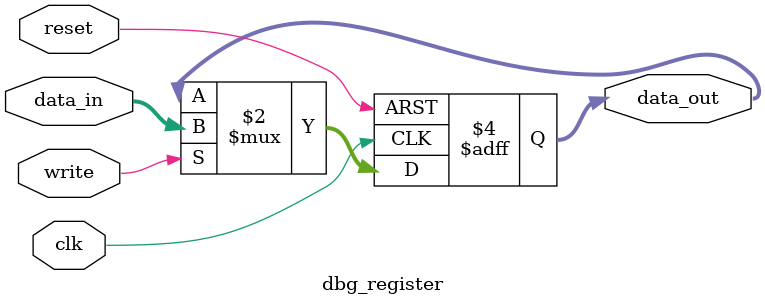
<source format=v>

`include "timescale.v"
// synopsys translate_on

module dbg_register (
                      data_in, 
                      data_out, 
                      write, 
                      clk, 
                      reset
                    );


parameter WIDTH = 8; // default parameter of the register width
parameter RESET_VALUE = 0;


input   [WIDTH-1:0] data_in;
input               write;
input               clk;
input               reset;

output  [WIDTH-1:0] data_out;
reg     [WIDTH-1:0] data_out;



always @ (posedge clk or posedge reset)
begin
  if(reset)
    data_out[WIDTH-1:0] <= #1 RESET_VALUE;
  else if(write)
    data_out[WIDTH-1:0] <= #1 data_in[WIDTH-1:0];
end


endmodule   // Register


</source>
